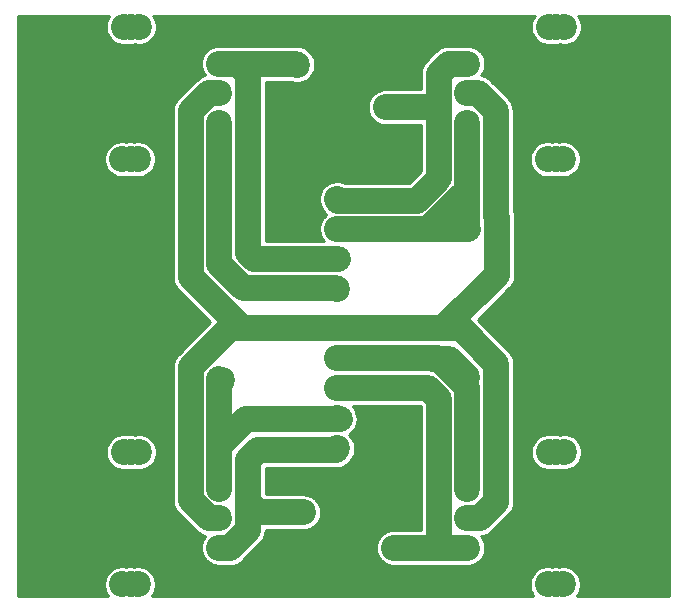
<source format=gbr>
%TF.GenerationSoftware,KiCad,Pcbnew,(5.1.6)-1*%
%TF.CreationDate,2025-01-16T14:06:25-05:00*%
%TF.ProjectId,rotary_board,726f7461-7279-45f6-926f-6172642e6b69,rev?*%
%TF.SameCoordinates,Original*%
%TF.FileFunction,Copper,L2,Bot*%
%TF.FilePolarity,Positive*%
%FSLAX46Y46*%
G04 Gerber Fmt 4.6, Leading zero omitted, Abs format (unit mm)*
G04 Created by KiCad (PCBNEW (5.1.6)-1) date 2025-01-16 14:06:25*
%MOMM*%
%LPD*%
G01*
G04 APERTURE LIST*
%TA.AperFunction,ComponentPad*%
%ADD10C,2.200000*%
%TD*%
%TA.AperFunction,Conductor*%
%ADD11C,2.200000*%
%TD*%
%TA.AperFunction,Conductor*%
%ADD12C,0.254000*%
%TD*%
G04 APERTURE END LIST*
D10*
%TO.P,SW1,*%
%TO.N,*%
X10600000Y37400000D03*
X9300000Y37400000D03*
X10700000Y48600000D03*
X9400000Y48600000D03*
%TO.P,SW1,A*%
%TO.N,ROT1A*%
X17500000Y40500000D03*
%TO.P,SW1,C*%
%TO.N,+3V3*%
X17500000Y43000000D03*
%TO.P,SW1,B*%
%TO.N,ROT1B*%
X17500000Y45500000D03*
%TO.P,SW1,*%
%TO.N,*%
X10000000Y37400000D03*
X10000000Y48600000D03*
%TO.P,SW1,S1*%
%TO.N,GND*%
X3000000Y40500000D03*
%TO.P,SW1,S2*%
X3000000Y45500000D03*
%TD*%
%TO.P,SW2,*%
%TO.N,*%
X45400000Y48600000D03*
X46700000Y48600000D03*
X45300000Y37400000D03*
X46600000Y37400000D03*
%TO.P,SW2,A*%
%TO.N,ROT2A*%
X38500000Y45500000D03*
%TO.P,SW2,C*%
%TO.N,+3V3*%
X38500000Y43000000D03*
%TO.P,SW2,B*%
%TO.N,ROT2B*%
X38500000Y40500000D03*
%TO.P,SW2,*%
%TO.N,*%
X46000000Y48600000D03*
X46000000Y37400000D03*
%TO.P,SW2,S1*%
%TO.N,GND*%
X53000000Y45500000D03*
%TO.P,SW2,S2*%
X53000000Y40500000D03*
%TD*%
%TO.P,SW3,*%
%TO.N,*%
X10600000Y1400000D03*
X9300000Y1400000D03*
X10700000Y12600000D03*
X9400000Y12600000D03*
%TO.P,SW3,A*%
%TO.N,ROT3A*%
X17500000Y4500000D03*
%TO.P,SW3,C*%
%TO.N,+3V3*%
X17500000Y7000000D03*
%TO.P,SW3,B*%
%TO.N,ROT3B*%
X17500000Y9500000D03*
%TO.P,SW3,*%
%TO.N,*%
X10000000Y1400000D03*
X10000000Y12600000D03*
%TO.P,SW3,S1*%
%TO.N,GND*%
X3000000Y4500000D03*
%TO.P,SW3,S2*%
X3000000Y9500000D03*
%TD*%
%TO.P,SW4,*%
%TO.N,*%
X45400000Y12600000D03*
X46700000Y12600000D03*
X45300000Y1400000D03*
X46600000Y1400000D03*
%TO.P,SW4,A*%
%TO.N,ROT4A*%
X38500000Y9500000D03*
%TO.P,SW4,C*%
%TO.N,+3V3*%
X38500000Y7000000D03*
%TO.P,SW4,B*%
%TO.N,ROT4B*%
X38500000Y4500000D03*
%TO.P,SW4,*%
%TO.N,*%
X46000000Y12600000D03*
X46000000Y1400000D03*
%TO.P,SW4,S1*%
%TO.N,GND*%
X53000000Y9500000D03*
%TO.P,SW4,S2*%
X53000000Y4500000D03*
%TD*%
%TO.P,J1,5*%
%TO.N,GND*%
X27500000Y36580000D03*
%TO.P,J1,4*%
%TO.N,ROT2A*%
X27500000Y34040000D03*
%TO.P,J1,3*%
%TO.N,ROT2B*%
X27500000Y31500000D03*
%TO.P,J1,2*%
%TO.N,ROT1B*%
X27500000Y28960000D03*
%TO.P,J1,1*%
%TO.N,ROT1A*%
X27500000Y26420000D03*
%TD*%
%TO.P,J2,1*%
%TO.N,ROT3A*%
X27500000Y12920000D03*
%TO.P,J2,2*%
%TO.N,ROT3B*%
X27500000Y15460000D03*
%TO.P,J2,3*%
%TO.N,ROT4B*%
X27500000Y18000000D03*
%TO.P,J2,4*%
%TO.N,ROT4A*%
X27500000Y20540000D03*
%TO.P,J2,5*%
%TO.N,+3V3*%
X27500000Y23080000D03*
%TD*%
%TO.P,R1,1*%
%TO.N,ROT1B*%
X24100000Y45400000D03*
%TO.P,R1,2*%
%TO.N,GND*%
X31720000Y45400000D03*
%TD*%
%TO.P,R2,2*%
%TO.N,GND*%
X9880000Y31400000D03*
%TO.P,R2,1*%
%TO.N,ROT1A*%
X17500000Y31400000D03*
%TD*%
%TO.P,R3,1*%
%TO.N,ROT2A*%
X31600000Y41800000D03*
%TO.P,R3,2*%
%TO.N,GND*%
X23980000Y41800000D03*
%TD*%
%TO.P,R4,2*%
%TO.N,GND*%
X46120000Y31600000D03*
%TO.P,R4,1*%
%TO.N,ROT2B*%
X38500000Y31600000D03*
%TD*%
%TO.P,R5,1*%
%TO.N,ROT3A*%
X24600000Y7500000D03*
%TO.P,R5,2*%
%TO.N,GND*%
X32220000Y7500000D03*
%TD*%
%TO.P,R6,2*%
%TO.N,GND*%
X10080000Y18700000D03*
%TO.P,R6,1*%
%TO.N,ROT3B*%
X17700000Y18700000D03*
%TD*%
%TO.P,R7,1*%
%TO.N,ROT4B*%
X32300000Y4500000D03*
%TO.P,R7,2*%
%TO.N,GND*%
X24680000Y4500000D03*
%TD*%
%TO.P,R8,2*%
%TO.N,GND*%
X46120000Y19000000D03*
%TO.P,R8,1*%
%TO.N,ROT4A*%
X38500000Y19000000D03*
%TD*%
D11*
%TO.N,+3V3*%
X31000000Y23080000D02*
X18980000Y23080000D01*
X39394126Y43000000D02*
X40900010Y41494116D01*
X38500000Y43000000D02*
X39394126Y43000000D01*
X41000010Y27600010D02*
X36480000Y23080000D01*
X41000010Y32494116D02*
X41000010Y27600010D01*
X40900010Y32594116D02*
X41000010Y32494116D01*
X40900010Y41494116D02*
X40900010Y32594116D01*
X31000000Y23080000D02*
X36480000Y23080000D01*
X16605874Y43000000D02*
X17500000Y43000000D01*
X19000000Y23500000D02*
X15099990Y27400010D01*
X15099990Y41494116D02*
X16605874Y43000000D01*
X15099990Y27400010D02*
X15099990Y41494116D01*
X17500000Y7000000D02*
X16605874Y7000000D01*
X16605874Y7000000D02*
X15099990Y8505884D01*
X15099990Y8505884D02*
X15099990Y19794116D01*
X15099990Y19794116D02*
X18805874Y23500000D01*
X18805874Y23500000D02*
X19000000Y23500000D01*
X37120000Y23080000D02*
X36480000Y23080000D01*
X37972002Y23080000D02*
X37120000Y23080000D01*
X40960009Y20091993D02*
X37972002Y23080000D01*
X40960009Y8408007D02*
X40960009Y20091993D01*
X39552002Y7000000D02*
X40960009Y8408007D01*
X38500000Y7000000D02*
X39552002Y7000000D01*
%TO.N,ROT2B*%
X27500000Y31500000D02*
X38600000Y31500000D01*
X35199992Y31499992D02*
X34300000Y31499992D01*
X38500000Y34300000D02*
X38000000Y34300000D01*
X38000000Y34300000D02*
X35199992Y31499992D01*
X38500000Y34300000D02*
X38500000Y31700000D01*
X38500000Y40500000D02*
X38500000Y34300000D01*
%TO.N,ROT2A*%
X35900000Y35594126D02*
X34205875Y33900001D01*
X27534124Y33900000D02*
X34100000Y33900000D01*
X36099999Y44655633D02*
X36099999Y44152001D01*
X38500000Y45500000D02*
X36944366Y45500000D01*
X36944366Y45500000D02*
X36099999Y44655633D01*
X36099999Y44152001D02*
X36099990Y44151992D01*
X36099990Y44151992D02*
X36099990Y41494116D01*
X36099990Y41494116D02*
X36099990Y35794116D01*
X35794106Y41800000D02*
X36099990Y41494116D01*
X31600000Y41800000D02*
X35794106Y41800000D01*
%TO.N,ROT1B*%
X18552002Y45500000D02*
X17600000Y45500000D01*
X26505875Y28960000D02*
X26505884Y28959991D01*
X20440000Y28960000D02*
X26505875Y28960000D01*
X26505884Y28959991D02*
X27600000Y28959991D01*
X17500000Y45500000D02*
X24000000Y45500000D01*
X19055634Y45500000D02*
X19900010Y44655624D01*
X17500000Y45500000D02*
X19055634Y45500000D01*
X19900010Y29499990D02*
X20440000Y28960000D01*
X19900010Y44655624D02*
X19900010Y29499990D01*
%TO.N,ROT1A*%
X17500000Y40500000D02*
X17500000Y28500000D01*
X19600000Y26500000D02*
X27400000Y26500000D01*
X19400000Y26600000D02*
X17500000Y28500000D01*
%TO.N,ROT3A*%
X20800000Y12800000D02*
X27400000Y12800000D01*
X18394126Y4500000D02*
X19900010Y6005884D01*
X17500000Y4500000D02*
X18394126Y4500000D01*
X19900010Y11900010D02*
X20800000Y12800000D01*
X20800000Y7500000D02*
X19900010Y8399990D01*
X24600000Y7500000D02*
X20800000Y7500000D01*
X19900010Y6005884D02*
X19900010Y8399990D01*
X19900010Y8399990D02*
X19900010Y11900010D01*
%TO.N,ROT3B*%
X17500000Y9500000D02*
X17500000Y13100000D01*
X17500000Y13100000D02*
X19800000Y15400000D01*
X19800000Y15400000D02*
X27700000Y15400000D01*
X17500000Y13100000D02*
X17500000Y18800000D01*
%TO.N,ROT4A*%
X38500000Y18099982D02*
X38500000Y9600000D01*
X38500000Y18100000D02*
X38500000Y18099982D01*
X36060000Y20540000D02*
X38500000Y18100000D01*
X35560000Y20540000D02*
X36060000Y20540000D01*
X27500000Y20540000D02*
X35560000Y20540000D01*
X38500000Y19000000D02*
X36977886Y20522114D01*
X35577886Y20522114D02*
X35560000Y20540000D01*
X36977886Y20522114D02*
X35577886Y20522114D01*
%TO.N,ROT4B*%
X27500000Y18000000D02*
X35205874Y18000000D01*
X35205874Y18000000D02*
X36099999Y17105875D01*
X36099999Y17105875D02*
X36099990Y17105866D01*
X36099999Y5000001D02*
X36600000Y4500000D01*
X36099999Y17105875D02*
X36099999Y5000001D01*
X32300000Y4500000D02*
X36600000Y4500000D01*
X36600000Y4500000D02*
X38500000Y4500000D01*
%TD*%
D12*
%TO.N,GND*%
G36*
X8046790Y49323306D02*
G01*
X7931681Y49045410D01*
X7873000Y48750396D01*
X7873000Y48449604D01*
X7931681Y48154590D01*
X8046790Y47876694D01*
X8213901Y47626594D01*
X8426594Y47413901D01*
X8676694Y47246790D01*
X8954590Y47131681D01*
X9249604Y47073000D01*
X9550396Y47073000D01*
X9700000Y47102758D01*
X9849604Y47073000D01*
X10150396Y47073000D01*
X10350000Y47112703D01*
X10549604Y47073000D01*
X10850396Y47073000D01*
X11145410Y47131681D01*
X11423306Y47246790D01*
X11673406Y47413901D01*
X11886099Y47626594D01*
X12053210Y47876694D01*
X12168319Y48154590D01*
X12227000Y48449604D01*
X12227000Y48750396D01*
X12168319Y49045410D01*
X12053210Y49323306D01*
X11903075Y49548000D01*
X44196925Y49548000D01*
X44046790Y49323306D01*
X43931681Y49045410D01*
X43873000Y48750396D01*
X43873000Y48449604D01*
X43931681Y48154590D01*
X44046790Y47876694D01*
X44213901Y47626594D01*
X44426594Y47413901D01*
X44676694Y47246790D01*
X44954590Y47131681D01*
X45249604Y47073000D01*
X45550396Y47073000D01*
X45700000Y47102758D01*
X45849604Y47073000D01*
X46150396Y47073000D01*
X46350000Y47112703D01*
X46549604Y47073000D01*
X46850396Y47073000D01*
X47145410Y47131681D01*
X47423306Y47246790D01*
X47673406Y47413901D01*
X47886099Y47626594D01*
X48053210Y47876694D01*
X48168319Y48154590D01*
X48227000Y48449604D01*
X48227000Y48750396D01*
X48168319Y49045410D01*
X48053210Y49323306D01*
X47903075Y49548000D01*
X55548001Y49548000D01*
X55548000Y452000D01*
X47803075Y452000D01*
X47953210Y676694D01*
X48068319Y954590D01*
X48127000Y1249604D01*
X48127000Y1550396D01*
X48068319Y1845410D01*
X47953210Y2123306D01*
X47786099Y2373406D01*
X47573406Y2586099D01*
X47323306Y2753210D01*
X47045410Y2868319D01*
X46750396Y2927000D01*
X46449604Y2927000D01*
X46300000Y2897242D01*
X46150396Y2927000D01*
X45849604Y2927000D01*
X45650000Y2887297D01*
X45450396Y2927000D01*
X45149604Y2927000D01*
X44854590Y2868319D01*
X44576694Y2753210D01*
X44326594Y2586099D01*
X44113901Y2373406D01*
X43946790Y2123306D01*
X43831681Y1845410D01*
X43773000Y1550396D01*
X43773000Y1249604D01*
X43831681Y954590D01*
X43946790Y676694D01*
X44096925Y452000D01*
X11803075Y452000D01*
X11953210Y676694D01*
X12068319Y954590D01*
X12127000Y1249604D01*
X12127000Y1550396D01*
X12068319Y1845410D01*
X11953210Y2123306D01*
X11786099Y2373406D01*
X11573406Y2586099D01*
X11323306Y2753210D01*
X11045410Y2868319D01*
X10750396Y2927000D01*
X10449604Y2927000D01*
X10300000Y2897242D01*
X10150396Y2927000D01*
X9849604Y2927000D01*
X9650000Y2887297D01*
X9450396Y2927000D01*
X9149604Y2927000D01*
X8854590Y2868319D01*
X8576694Y2753210D01*
X8326594Y2586099D01*
X8113901Y2373406D01*
X7946790Y2123306D01*
X7831681Y1845410D01*
X7773000Y1550396D01*
X7773000Y1249604D01*
X7831681Y954590D01*
X7946790Y676694D01*
X8096925Y452000D01*
X452000Y452000D01*
X452000Y12750396D01*
X7873000Y12750396D01*
X7873000Y12449604D01*
X7931681Y12154590D01*
X8046790Y11876694D01*
X8213901Y11626594D01*
X8426594Y11413901D01*
X8676694Y11246790D01*
X8954590Y11131681D01*
X9249604Y11073000D01*
X9550396Y11073000D01*
X9700000Y11102758D01*
X9849604Y11073000D01*
X10150396Y11073000D01*
X10350000Y11112703D01*
X10549604Y11073000D01*
X10850396Y11073000D01*
X11145410Y11131681D01*
X11423306Y11246790D01*
X11673406Y11413901D01*
X11886099Y11626594D01*
X12053210Y11876694D01*
X12168319Y12154590D01*
X12227000Y12449604D01*
X12227000Y12750396D01*
X12168319Y13045410D01*
X12053210Y13323306D01*
X11886099Y13573406D01*
X11673406Y13786099D01*
X11423306Y13953210D01*
X11145410Y14068319D01*
X10850396Y14127000D01*
X10549604Y14127000D01*
X10350000Y14087297D01*
X10150396Y14127000D01*
X9849604Y14127000D01*
X9700000Y14097242D01*
X9550396Y14127000D01*
X9249604Y14127000D01*
X8954590Y14068319D01*
X8676694Y13953210D01*
X8426594Y13786099D01*
X8213901Y13573406D01*
X8046790Y13323306D01*
X7931681Y13045410D01*
X7873000Y12750396D01*
X452000Y12750396D01*
X452000Y37550396D01*
X7773000Y37550396D01*
X7773000Y37249604D01*
X7831681Y36954590D01*
X7946790Y36676694D01*
X8113901Y36426594D01*
X8326594Y36213901D01*
X8576694Y36046790D01*
X8854590Y35931681D01*
X9149604Y35873000D01*
X9450396Y35873000D01*
X9650000Y35912703D01*
X9849604Y35873000D01*
X10150396Y35873000D01*
X10300000Y35902758D01*
X10449604Y35873000D01*
X10750396Y35873000D01*
X11045410Y35931681D01*
X11323306Y36046790D01*
X11573406Y36213901D01*
X11786099Y36426594D01*
X11953210Y36676694D01*
X12068319Y36954590D01*
X12127000Y37249604D01*
X12127000Y37550396D01*
X12068319Y37845410D01*
X11953210Y38123306D01*
X11786099Y38373406D01*
X11573406Y38586099D01*
X11323306Y38753210D01*
X11045410Y38868319D01*
X10750396Y38927000D01*
X10449604Y38927000D01*
X10300000Y38897242D01*
X10150396Y38927000D01*
X9849604Y38927000D01*
X9650000Y38887297D01*
X9450396Y38927000D01*
X9149604Y38927000D01*
X8854590Y38868319D01*
X8576694Y38753210D01*
X8326594Y38586099D01*
X8113901Y38373406D01*
X7946790Y38123306D01*
X7831681Y37845410D01*
X7773000Y37550396D01*
X452000Y37550396D01*
X452000Y41494116D01*
X13565603Y41494116D01*
X13572991Y41419105D01*
X13572990Y27475011D01*
X13565603Y27400010D01*
X13572990Y27325009D01*
X13572990Y27325000D01*
X13595085Y27100667D01*
X13682400Y26812826D01*
X13824193Y26547551D01*
X14015014Y26315034D01*
X14073284Y26267213D01*
X16743433Y23597063D01*
X14073279Y20926908D01*
X14015015Y20879092D01*
X13967199Y20820828D01*
X13967198Y20820827D01*
X13824194Y20646576D01*
X13682401Y20381301D01*
X13595086Y20093460D01*
X13565603Y19794116D01*
X13572991Y19719105D01*
X13572990Y8580885D01*
X13565603Y8505884D01*
X13572990Y8430883D01*
X13572990Y8430874D01*
X13595085Y8206541D01*
X13682400Y7918700D01*
X13824193Y7653425D01*
X14015014Y7420908D01*
X14073283Y7373087D01*
X15473081Y5973289D01*
X15520898Y5915024D01*
X15579162Y5867208D01*
X15579163Y5867207D01*
X15753413Y5724203D01*
X16018689Y5582410D01*
X16306529Y5495095D01*
X16332984Y5492489D01*
X16313901Y5473406D01*
X16272015Y5410719D01*
X16224203Y5352460D01*
X16188674Y5285989D01*
X16146790Y5223306D01*
X16117941Y5153658D01*
X16082410Y5087185D01*
X16060532Y5015061D01*
X16031681Y4945410D01*
X16016973Y4871466D01*
X15995095Y4799344D01*
X15987707Y4724336D01*
X15973000Y4650396D01*
X15973000Y4575011D01*
X15965612Y4500000D01*
X15973000Y4424989D01*
X15973000Y4349604D01*
X15987707Y4275664D01*
X15995095Y4200656D01*
X16016973Y4128534D01*
X16031681Y4054590D01*
X16060532Y3984939D01*
X16082410Y3912815D01*
X16117941Y3846342D01*
X16146790Y3776694D01*
X16188674Y3714011D01*
X16224203Y3647540D01*
X16272015Y3589281D01*
X16313901Y3526594D01*
X16367212Y3473283D01*
X16415024Y3415024D01*
X16473283Y3367212D01*
X16526594Y3313901D01*
X16589281Y3272015D01*
X16647540Y3224203D01*
X16714011Y3188674D01*
X16776694Y3146790D01*
X16846342Y3117941D01*
X16912815Y3082410D01*
X16984939Y3060532D01*
X17054590Y3031681D01*
X17128534Y3016973D01*
X17200656Y2995095D01*
X17275664Y2987707D01*
X17349604Y2973000D01*
X18319125Y2973000D01*
X18394126Y2965613D01*
X18469127Y2973000D01*
X18469137Y2973000D01*
X18693470Y2995095D01*
X18981311Y3082410D01*
X19246586Y3224203D01*
X19479102Y3415024D01*
X19526923Y3473293D01*
X20926723Y4873093D01*
X20984986Y4920908D01*
X21049896Y5000001D01*
X21175807Y5153423D01*
X21317600Y5418699D01*
X21404915Y5706539D01*
X21431159Y5973000D01*
X24750396Y5973000D01*
X24824336Y5987707D01*
X24899344Y5995095D01*
X24971466Y6016973D01*
X25045410Y6031681D01*
X25115061Y6060532D01*
X25187185Y6082410D01*
X25253658Y6117941D01*
X25323306Y6146790D01*
X25385989Y6188674D01*
X25452460Y6224203D01*
X25510719Y6272015D01*
X25573406Y6313901D01*
X25626717Y6367212D01*
X25684976Y6415024D01*
X25732788Y6473283D01*
X25786099Y6526594D01*
X25827985Y6589281D01*
X25875797Y6647540D01*
X25911326Y6714011D01*
X25953210Y6776694D01*
X25982059Y6846342D01*
X26017590Y6912815D01*
X26039468Y6984939D01*
X26068319Y7054590D01*
X26083027Y7128534D01*
X26104905Y7200656D01*
X26112293Y7275664D01*
X26127000Y7349604D01*
X26127000Y7424989D01*
X26134388Y7500000D01*
X26127000Y7575011D01*
X26127000Y7650396D01*
X26112293Y7724336D01*
X26104905Y7799344D01*
X26083027Y7871466D01*
X26068319Y7945410D01*
X26039468Y8015061D01*
X26017590Y8087185D01*
X25982059Y8153658D01*
X25953210Y8223306D01*
X25911326Y8285989D01*
X25875797Y8352460D01*
X25827985Y8410719D01*
X25786099Y8473406D01*
X25732788Y8526717D01*
X25684976Y8584976D01*
X25626717Y8632788D01*
X25573406Y8686099D01*
X25510719Y8727985D01*
X25452460Y8775797D01*
X25385989Y8811326D01*
X25323306Y8853210D01*
X25253658Y8882059D01*
X25187185Y8917590D01*
X25115061Y8939468D01*
X25045410Y8968319D01*
X24971466Y8983027D01*
X24899344Y9004905D01*
X24824336Y9012293D01*
X24750396Y9027000D01*
X21432503Y9027000D01*
X21427010Y9032493D01*
X21427010Y11267507D01*
X21432503Y11273000D01*
X27475011Y11273000D01*
X27699344Y11295095D01*
X27987185Y11382410D01*
X28252460Y11524203D01*
X28484976Y11715024D01*
X28624319Y11884814D01*
X28686099Y11946594D01*
X28853210Y12196694D01*
X28968319Y12474590D01*
X29027000Y12769604D01*
X29027000Y13070396D01*
X28968319Y13365410D01*
X28853210Y13643306D01*
X28686099Y13893406D01*
X28489145Y14090360D01*
X28552460Y14124203D01*
X28784976Y14315024D01*
X28975797Y14547540D01*
X29117590Y14812815D01*
X29204905Y15100656D01*
X29234388Y15400000D01*
X29204905Y15699344D01*
X29117590Y15987185D01*
X28975797Y16252460D01*
X28794804Y16473000D01*
X34572999Y16473000D01*
X34573000Y6027000D01*
X32149604Y6027000D01*
X32075664Y6012293D01*
X32000656Y6004905D01*
X31928534Y5983027D01*
X31854590Y5968319D01*
X31784939Y5939468D01*
X31712815Y5917590D01*
X31646342Y5882059D01*
X31576694Y5853210D01*
X31514011Y5811326D01*
X31447540Y5775797D01*
X31389281Y5727985D01*
X31326594Y5686099D01*
X31273283Y5632788D01*
X31215024Y5584976D01*
X31167212Y5526717D01*
X31113901Y5473406D01*
X31072015Y5410719D01*
X31024203Y5352460D01*
X30988674Y5285989D01*
X30946790Y5223306D01*
X30917941Y5153658D01*
X30882410Y5087185D01*
X30860532Y5015061D01*
X30831681Y4945410D01*
X30816973Y4871466D01*
X30795095Y4799344D01*
X30787707Y4724336D01*
X30773000Y4650396D01*
X30773000Y4575011D01*
X30765612Y4500000D01*
X30773000Y4424989D01*
X30773000Y4349604D01*
X30787707Y4275664D01*
X30795095Y4200656D01*
X30816973Y4128534D01*
X30831681Y4054590D01*
X30860532Y3984939D01*
X30882410Y3912815D01*
X30917941Y3846342D01*
X30946790Y3776694D01*
X30988674Y3714011D01*
X31024203Y3647540D01*
X31072015Y3589281D01*
X31113901Y3526594D01*
X31167212Y3473283D01*
X31215024Y3415024D01*
X31273283Y3367212D01*
X31326594Y3313901D01*
X31389281Y3272015D01*
X31447540Y3224203D01*
X31514011Y3188674D01*
X31576694Y3146790D01*
X31646342Y3117941D01*
X31712815Y3082410D01*
X31784939Y3060532D01*
X31854590Y3031681D01*
X31928534Y3016973D01*
X32000656Y2995095D01*
X32075664Y2987707D01*
X32149604Y2973000D01*
X36524998Y2973000D01*
X36599999Y2965613D01*
X36675000Y2973000D01*
X38650396Y2973000D01*
X38724336Y2987707D01*
X38799344Y2995095D01*
X38871466Y3016973D01*
X38945410Y3031681D01*
X39015061Y3060532D01*
X39087185Y3082410D01*
X39153658Y3117941D01*
X39223306Y3146790D01*
X39285989Y3188674D01*
X39352460Y3224203D01*
X39410719Y3272015D01*
X39473406Y3313901D01*
X39526717Y3367212D01*
X39584976Y3415024D01*
X39632788Y3473283D01*
X39686099Y3526594D01*
X39727985Y3589281D01*
X39775797Y3647540D01*
X39811326Y3714011D01*
X39853210Y3776694D01*
X39882059Y3846342D01*
X39917590Y3912815D01*
X39939468Y3984939D01*
X39968319Y4054590D01*
X39983027Y4128534D01*
X40004905Y4200656D01*
X40012293Y4275664D01*
X40027000Y4349604D01*
X40027000Y4424989D01*
X40034388Y4500000D01*
X40027000Y4575011D01*
X40027000Y4650396D01*
X40012293Y4724336D01*
X40004905Y4799344D01*
X39983027Y4871466D01*
X39968319Y4945410D01*
X39939468Y5015061D01*
X39917590Y5087185D01*
X39882059Y5153658D01*
X39853210Y5223306D01*
X39811326Y5285989D01*
X39775797Y5352460D01*
X39727985Y5410719D01*
X39686099Y5473406D01*
X39681171Y5478334D01*
X39851346Y5495095D01*
X40139187Y5582410D01*
X40404462Y5724203D01*
X40636978Y5915024D01*
X40684798Y5973293D01*
X41986722Y7275216D01*
X42044985Y7323031D01*
X42127417Y7423474D01*
X42190220Y7500000D01*
X42235806Y7555547D01*
X42377599Y7820822D01*
X42387197Y7852461D01*
X42464914Y8108662D01*
X42494397Y8408007D01*
X42487009Y8483018D01*
X42487009Y12750396D01*
X43873000Y12750396D01*
X43873000Y12449604D01*
X43931681Y12154590D01*
X44046790Y11876694D01*
X44213901Y11626594D01*
X44426594Y11413901D01*
X44676694Y11246790D01*
X44954590Y11131681D01*
X45249604Y11073000D01*
X45550396Y11073000D01*
X45700000Y11102758D01*
X45849604Y11073000D01*
X46150396Y11073000D01*
X46350000Y11112703D01*
X46549604Y11073000D01*
X46850396Y11073000D01*
X47145410Y11131681D01*
X47423306Y11246790D01*
X47673406Y11413901D01*
X47886099Y11626594D01*
X48053210Y11876694D01*
X48168319Y12154590D01*
X48227000Y12449604D01*
X48227000Y12750396D01*
X48168319Y13045410D01*
X48053210Y13323306D01*
X47886099Y13573406D01*
X47673406Y13786099D01*
X47423306Y13953210D01*
X47145410Y14068319D01*
X46850396Y14127000D01*
X46549604Y14127000D01*
X46350000Y14087297D01*
X46150396Y14127000D01*
X45849604Y14127000D01*
X45700000Y14097242D01*
X45550396Y14127000D01*
X45249604Y14127000D01*
X44954590Y14068319D01*
X44676694Y13953210D01*
X44426594Y13786099D01*
X44213901Y13573406D01*
X44046790Y13323306D01*
X43931681Y13045410D01*
X43873000Y12750396D01*
X42487009Y12750396D01*
X42487009Y20016993D01*
X42494396Y20091994D01*
X42487009Y20166995D01*
X42487009Y20167004D01*
X42464914Y20391337D01*
X42377599Y20679178D01*
X42235806Y20944453D01*
X42044985Y21176969D01*
X41986721Y21224785D01*
X39385504Y23826001D01*
X42026722Y26467218D01*
X42084986Y26515034D01*
X42275807Y26747550D01*
X42417600Y27012825D01*
X42504915Y27300666D01*
X42527010Y27524999D01*
X42527010Y27525008D01*
X42534397Y27600009D01*
X42527010Y27675010D01*
X42527010Y32419116D01*
X42534397Y32494117D01*
X42527010Y32569118D01*
X42527010Y32569127D01*
X42504915Y32793460D01*
X42427010Y33050280D01*
X42427010Y37550396D01*
X43773000Y37550396D01*
X43773000Y37249604D01*
X43831681Y36954590D01*
X43946790Y36676694D01*
X44113901Y36426594D01*
X44326594Y36213901D01*
X44576694Y36046790D01*
X44854590Y35931681D01*
X45149604Y35873000D01*
X45450396Y35873000D01*
X45650000Y35912703D01*
X45849604Y35873000D01*
X46150396Y35873000D01*
X46300000Y35902758D01*
X46449604Y35873000D01*
X46750396Y35873000D01*
X47045410Y35931681D01*
X47323306Y36046790D01*
X47573406Y36213901D01*
X47786099Y36426594D01*
X47953210Y36676694D01*
X48068319Y36954590D01*
X48127000Y37249604D01*
X48127000Y37550396D01*
X48068319Y37845410D01*
X47953210Y38123306D01*
X47786099Y38373406D01*
X47573406Y38586099D01*
X47323306Y38753210D01*
X47045410Y38868319D01*
X46750396Y38927000D01*
X46449604Y38927000D01*
X46300000Y38897242D01*
X46150396Y38927000D01*
X45849604Y38927000D01*
X45650000Y38887297D01*
X45450396Y38927000D01*
X45149604Y38927000D01*
X44854590Y38868319D01*
X44576694Y38753210D01*
X44326594Y38586099D01*
X44113901Y38373406D01*
X43946790Y38123306D01*
X43831681Y37845410D01*
X43773000Y37550396D01*
X42427010Y37550396D01*
X42427010Y41419105D01*
X42434398Y41494116D01*
X42404915Y41793461D01*
X42317600Y42081301D01*
X42175807Y42346577D01*
X42032803Y42520827D01*
X42032802Y42520828D01*
X41984986Y42579092D01*
X41926723Y42626907D01*
X40526923Y44026707D01*
X40479102Y44084976D01*
X40246586Y44275797D01*
X39981311Y44417590D01*
X39693470Y44504905D01*
X39667016Y44507511D01*
X39686099Y44526594D01*
X39727985Y44589281D01*
X39775797Y44647540D01*
X39811326Y44714011D01*
X39853210Y44776694D01*
X39882059Y44846342D01*
X39917590Y44912815D01*
X39939468Y44984939D01*
X39968319Y45054590D01*
X39983027Y45128534D01*
X40004905Y45200656D01*
X40012293Y45275664D01*
X40027000Y45349604D01*
X40027000Y45424989D01*
X40034388Y45500000D01*
X40027000Y45575011D01*
X40027000Y45650396D01*
X40012293Y45724336D01*
X40004905Y45799344D01*
X39983027Y45871466D01*
X39968319Y45945410D01*
X39939468Y46015061D01*
X39917590Y46087185D01*
X39882059Y46153658D01*
X39853210Y46223306D01*
X39811326Y46285989D01*
X39775797Y46352460D01*
X39727985Y46410719D01*
X39686099Y46473406D01*
X39632788Y46526717D01*
X39584976Y46584976D01*
X39526717Y46632788D01*
X39473406Y46686099D01*
X39410719Y46727985D01*
X39352460Y46775797D01*
X39285989Y46811326D01*
X39223306Y46853210D01*
X39153658Y46882059D01*
X39087185Y46917590D01*
X39015061Y46939468D01*
X38945410Y46968319D01*
X38871466Y46983027D01*
X38799344Y47004905D01*
X38724336Y47012293D01*
X38650396Y47027000D01*
X37019366Y47027000D01*
X36944365Y47034387D01*
X36869364Y47027000D01*
X36869355Y47027000D01*
X36645022Y47004905D01*
X36357181Y46917590D01*
X36091906Y46775797D01*
X35859390Y46584976D01*
X35811569Y46526706D01*
X35073293Y45788430D01*
X35015023Y45740609D01*
X34824202Y45508092D01*
X34682409Y45242817D01*
X34595094Y44954976D01*
X34572999Y44730643D01*
X34572999Y44730635D01*
X34565612Y44655633D01*
X34572999Y44580632D01*
X34572999Y44227093D01*
X34572990Y44227002D01*
X34572990Y44226993D01*
X34565603Y44151992D01*
X34572990Y44076991D01*
X34572990Y43327000D01*
X31449604Y43327000D01*
X31375664Y43312293D01*
X31300656Y43304905D01*
X31228534Y43283027D01*
X31154590Y43268319D01*
X31084939Y43239468D01*
X31012815Y43217590D01*
X30946342Y43182059D01*
X30876694Y43153210D01*
X30814011Y43111326D01*
X30747540Y43075797D01*
X30689281Y43027985D01*
X30626594Y42986099D01*
X30573283Y42932788D01*
X30515024Y42884976D01*
X30467212Y42826717D01*
X30413901Y42773406D01*
X30372015Y42710719D01*
X30324203Y42652460D01*
X30288674Y42585989D01*
X30246790Y42523306D01*
X30217941Y42453658D01*
X30182410Y42387185D01*
X30160532Y42315061D01*
X30131681Y42245410D01*
X30116973Y42171466D01*
X30095095Y42099344D01*
X30087707Y42024336D01*
X30073000Y41950396D01*
X30073000Y41875011D01*
X30065612Y41800000D01*
X30073000Y41724989D01*
X30073000Y41649604D01*
X30087707Y41575664D01*
X30095095Y41500656D01*
X30116973Y41428534D01*
X30131681Y41354590D01*
X30160532Y41284939D01*
X30182410Y41212815D01*
X30217941Y41146342D01*
X30246790Y41076694D01*
X30288674Y41014011D01*
X30324203Y40947540D01*
X30372015Y40889281D01*
X30413901Y40826594D01*
X30467212Y40773283D01*
X30515024Y40715024D01*
X30573283Y40667212D01*
X30626594Y40613901D01*
X30689281Y40572015D01*
X30747540Y40524203D01*
X30814011Y40488674D01*
X30876694Y40446790D01*
X30946342Y40417941D01*
X31012815Y40382410D01*
X31084939Y40360532D01*
X31154590Y40331681D01*
X31228534Y40316973D01*
X31300656Y40295095D01*
X31375664Y40287707D01*
X31449604Y40273000D01*
X34572990Y40273000D01*
X34572991Y36426621D01*
X33573371Y35427000D01*
X28141730Y35427000D01*
X27945410Y35508319D01*
X27650396Y35567000D01*
X27349604Y35567000D01*
X27054590Y35508319D01*
X26776694Y35393210D01*
X26526594Y35226099D01*
X26313901Y35013406D01*
X26146790Y34763306D01*
X26031681Y34485410D01*
X25973000Y34190396D01*
X25973000Y33889604D01*
X26027988Y33613158D01*
X26029219Y33600656D01*
X26116534Y33312815D01*
X26258327Y33047540D01*
X26449148Y32815024D01*
X26570498Y32715435D01*
X26526594Y32686099D01*
X26473283Y32632788D01*
X26415024Y32584976D01*
X26367212Y32526717D01*
X26313901Y32473406D01*
X26272015Y32410719D01*
X26224203Y32352460D01*
X26188674Y32285989D01*
X26146790Y32223306D01*
X26117941Y32153658D01*
X26082410Y32087185D01*
X26060532Y32015061D01*
X26031681Y31945410D01*
X26016973Y31871466D01*
X25995095Y31799344D01*
X25987707Y31724336D01*
X25973000Y31650396D01*
X25973000Y31575011D01*
X25965612Y31500000D01*
X25973000Y31424989D01*
X25973000Y31349604D01*
X25987707Y31275664D01*
X25995095Y31200656D01*
X26016973Y31128534D01*
X26031681Y31054590D01*
X26060532Y30984939D01*
X26082410Y30912815D01*
X26117941Y30846342D01*
X26146790Y30776694D01*
X26188674Y30714011D01*
X26224203Y30647540D01*
X26272015Y30589281D01*
X26313901Y30526594D01*
X26353495Y30487000D01*
X21427010Y30487000D01*
X21427010Y43973000D01*
X23554838Y43973000D01*
X23654590Y43931681D01*
X23949604Y43873000D01*
X24250396Y43873000D01*
X24545410Y43931681D01*
X24823306Y44046790D01*
X25073406Y44213901D01*
X25286099Y44426594D01*
X25453210Y44676694D01*
X25568319Y44954590D01*
X25627000Y45249604D01*
X25627000Y45550396D01*
X25568319Y45845410D01*
X25453210Y46123306D01*
X25286099Y46373406D01*
X25132788Y46526717D01*
X25084976Y46584976D01*
X24852460Y46775797D01*
X24587185Y46917590D01*
X24299344Y47004905D01*
X24075011Y47027000D01*
X19130635Y47027000D01*
X19055634Y47034387D01*
X18980633Y47027000D01*
X17349604Y47027000D01*
X17275664Y47012293D01*
X17200656Y47004905D01*
X17128534Y46983027D01*
X17054590Y46968319D01*
X16984939Y46939468D01*
X16912815Y46917590D01*
X16846342Y46882059D01*
X16776694Y46853210D01*
X16714011Y46811326D01*
X16647540Y46775797D01*
X16589281Y46727985D01*
X16526594Y46686099D01*
X16473283Y46632788D01*
X16415024Y46584976D01*
X16367212Y46526717D01*
X16313901Y46473406D01*
X16272015Y46410719D01*
X16224203Y46352460D01*
X16188674Y46285989D01*
X16146790Y46223306D01*
X16117941Y46153658D01*
X16082410Y46087185D01*
X16060532Y46015061D01*
X16031681Y45945410D01*
X16016973Y45871466D01*
X15995095Y45799344D01*
X15987707Y45724336D01*
X15973000Y45650396D01*
X15973000Y45575011D01*
X15965612Y45500000D01*
X15973000Y45424989D01*
X15973000Y45349604D01*
X15987707Y45275664D01*
X15995095Y45200656D01*
X16016973Y45128534D01*
X16031681Y45054590D01*
X16060532Y44984939D01*
X16082410Y44912815D01*
X16117941Y44846342D01*
X16146790Y44776694D01*
X16188674Y44714011D01*
X16224203Y44647540D01*
X16272015Y44589281D01*
X16313901Y44526594D01*
X16332984Y44507511D01*
X16306529Y44504905D01*
X16018689Y44417590D01*
X15753413Y44275797D01*
X15579163Y44132793D01*
X15520898Y44084976D01*
X15473081Y44026711D01*
X14073279Y42626908D01*
X14015015Y42579092D01*
X13967199Y42520828D01*
X13967198Y42520827D01*
X13824194Y42346576D01*
X13682401Y42081301D01*
X13595086Y41793460D01*
X13565603Y41494116D01*
X452000Y41494116D01*
X452000Y49548000D01*
X8196925Y49548000D01*
X8046790Y49323306D01*
G37*
X8046790Y49323306D02*
X7931681Y49045410D01*
X7873000Y48750396D01*
X7873000Y48449604D01*
X7931681Y48154590D01*
X8046790Y47876694D01*
X8213901Y47626594D01*
X8426594Y47413901D01*
X8676694Y47246790D01*
X8954590Y47131681D01*
X9249604Y47073000D01*
X9550396Y47073000D01*
X9700000Y47102758D01*
X9849604Y47073000D01*
X10150396Y47073000D01*
X10350000Y47112703D01*
X10549604Y47073000D01*
X10850396Y47073000D01*
X11145410Y47131681D01*
X11423306Y47246790D01*
X11673406Y47413901D01*
X11886099Y47626594D01*
X12053210Y47876694D01*
X12168319Y48154590D01*
X12227000Y48449604D01*
X12227000Y48750396D01*
X12168319Y49045410D01*
X12053210Y49323306D01*
X11903075Y49548000D01*
X44196925Y49548000D01*
X44046790Y49323306D01*
X43931681Y49045410D01*
X43873000Y48750396D01*
X43873000Y48449604D01*
X43931681Y48154590D01*
X44046790Y47876694D01*
X44213901Y47626594D01*
X44426594Y47413901D01*
X44676694Y47246790D01*
X44954590Y47131681D01*
X45249604Y47073000D01*
X45550396Y47073000D01*
X45700000Y47102758D01*
X45849604Y47073000D01*
X46150396Y47073000D01*
X46350000Y47112703D01*
X46549604Y47073000D01*
X46850396Y47073000D01*
X47145410Y47131681D01*
X47423306Y47246790D01*
X47673406Y47413901D01*
X47886099Y47626594D01*
X48053210Y47876694D01*
X48168319Y48154590D01*
X48227000Y48449604D01*
X48227000Y48750396D01*
X48168319Y49045410D01*
X48053210Y49323306D01*
X47903075Y49548000D01*
X55548001Y49548000D01*
X55548000Y452000D01*
X47803075Y452000D01*
X47953210Y676694D01*
X48068319Y954590D01*
X48127000Y1249604D01*
X48127000Y1550396D01*
X48068319Y1845410D01*
X47953210Y2123306D01*
X47786099Y2373406D01*
X47573406Y2586099D01*
X47323306Y2753210D01*
X47045410Y2868319D01*
X46750396Y2927000D01*
X46449604Y2927000D01*
X46300000Y2897242D01*
X46150396Y2927000D01*
X45849604Y2927000D01*
X45650000Y2887297D01*
X45450396Y2927000D01*
X45149604Y2927000D01*
X44854590Y2868319D01*
X44576694Y2753210D01*
X44326594Y2586099D01*
X44113901Y2373406D01*
X43946790Y2123306D01*
X43831681Y1845410D01*
X43773000Y1550396D01*
X43773000Y1249604D01*
X43831681Y954590D01*
X43946790Y676694D01*
X44096925Y452000D01*
X11803075Y452000D01*
X11953210Y676694D01*
X12068319Y954590D01*
X12127000Y1249604D01*
X12127000Y1550396D01*
X12068319Y1845410D01*
X11953210Y2123306D01*
X11786099Y2373406D01*
X11573406Y2586099D01*
X11323306Y2753210D01*
X11045410Y2868319D01*
X10750396Y2927000D01*
X10449604Y2927000D01*
X10300000Y2897242D01*
X10150396Y2927000D01*
X9849604Y2927000D01*
X9650000Y2887297D01*
X9450396Y2927000D01*
X9149604Y2927000D01*
X8854590Y2868319D01*
X8576694Y2753210D01*
X8326594Y2586099D01*
X8113901Y2373406D01*
X7946790Y2123306D01*
X7831681Y1845410D01*
X7773000Y1550396D01*
X7773000Y1249604D01*
X7831681Y954590D01*
X7946790Y676694D01*
X8096925Y452000D01*
X452000Y452000D01*
X452000Y12750396D01*
X7873000Y12750396D01*
X7873000Y12449604D01*
X7931681Y12154590D01*
X8046790Y11876694D01*
X8213901Y11626594D01*
X8426594Y11413901D01*
X8676694Y11246790D01*
X8954590Y11131681D01*
X9249604Y11073000D01*
X9550396Y11073000D01*
X9700000Y11102758D01*
X9849604Y11073000D01*
X10150396Y11073000D01*
X10350000Y11112703D01*
X10549604Y11073000D01*
X10850396Y11073000D01*
X11145410Y11131681D01*
X11423306Y11246790D01*
X11673406Y11413901D01*
X11886099Y11626594D01*
X12053210Y11876694D01*
X12168319Y12154590D01*
X12227000Y12449604D01*
X12227000Y12750396D01*
X12168319Y13045410D01*
X12053210Y13323306D01*
X11886099Y13573406D01*
X11673406Y13786099D01*
X11423306Y13953210D01*
X11145410Y14068319D01*
X10850396Y14127000D01*
X10549604Y14127000D01*
X10350000Y14087297D01*
X10150396Y14127000D01*
X9849604Y14127000D01*
X9700000Y14097242D01*
X9550396Y14127000D01*
X9249604Y14127000D01*
X8954590Y14068319D01*
X8676694Y13953210D01*
X8426594Y13786099D01*
X8213901Y13573406D01*
X8046790Y13323306D01*
X7931681Y13045410D01*
X7873000Y12750396D01*
X452000Y12750396D01*
X452000Y37550396D01*
X7773000Y37550396D01*
X7773000Y37249604D01*
X7831681Y36954590D01*
X7946790Y36676694D01*
X8113901Y36426594D01*
X8326594Y36213901D01*
X8576694Y36046790D01*
X8854590Y35931681D01*
X9149604Y35873000D01*
X9450396Y35873000D01*
X9650000Y35912703D01*
X9849604Y35873000D01*
X10150396Y35873000D01*
X10300000Y35902758D01*
X10449604Y35873000D01*
X10750396Y35873000D01*
X11045410Y35931681D01*
X11323306Y36046790D01*
X11573406Y36213901D01*
X11786099Y36426594D01*
X11953210Y36676694D01*
X12068319Y36954590D01*
X12127000Y37249604D01*
X12127000Y37550396D01*
X12068319Y37845410D01*
X11953210Y38123306D01*
X11786099Y38373406D01*
X11573406Y38586099D01*
X11323306Y38753210D01*
X11045410Y38868319D01*
X10750396Y38927000D01*
X10449604Y38927000D01*
X10300000Y38897242D01*
X10150396Y38927000D01*
X9849604Y38927000D01*
X9650000Y38887297D01*
X9450396Y38927000D01*
X9149604Y38927000D01*
X8854590Y38868319D01*
X8576694Y38753210D01*
X8326594Y38586099D01*
X8113901Y38373406D01*
X7946790Y38123306D01*
X7831681Y37845410D01*
X7773000Y37550396D01*
X452000Y37550396D01*
X452000Y41494116D01*
X13565603Y41494116D01*
X13572991Y41419105D01*
X13572990Y27475011D01*
X13565603Y27400010D01*
X13572990Y27325009D01*
X13572990Y27325000D01*
X13595085Y27100667D01*
X13682400Y26812826D01*
X13824193Y26547551D01*
X14015014Y26315034D01*
X14073284Y26267213D01*
X16743433Y23597063D01*
X14073279Y20926908D01*
X14015015Y20879092D01*
X13967199Y20820828D01*
X13967198Y20820827D01*
X13824194Y20646576D01*
X13682401Y20381301D01*
X13595086Y20093460D01*
X13565603Y19794116D01*
X13572991Y19719105D01*
X13572990Y8580885D01*
X13565603Y8505884D01*
X13572990Y8430883D01*
X13572990Y8430874D01*
X13595085Y8206541D01*
X13682400Y7918700D01*
X13824193Y7653425D01*
X14015014Y7420908D01*
X14073283Y7373087D01*
X15473081Y5973289D01*
X15520898Y5915024D01*
X15579162Y5867208D01*
X15579163Y5867207D01*
X15753413Y5724203D01*
X16018689Y5582410D01*
X16306529Y5495095D01*
X16332984Y5492489D01*
X16313901Y5473406D01*
X16272015Y5410719D01*
X16224203Y5352460D01*
X16188674Y5285989D01*
X16146790Y5223306D01*
X16117941Y5153658D01*
X16082410Y5087185D01*
X16060532Y5015061D01*
X16031681Y4945410D01*
X16016973Y4871466D01*
X15995095Y4799344D01*
X15987707Y4724336D01*
X15973000Y4650396D01*
X15973000Y4575011D01*
X15965612Y4500000D01*
X15973000Y4424989D01*
X15973000Y4349604D01*
X15987707Y4275664D01*
X15995095Y4200656D01*
X16016973Y4128534D01*
X16031681Y4054590D01*
X16060532Y3984939D01*
X16082410Y3912815D01*
X16117941Y3846342D01*
X16146790Y3776694D01*
X16188674Y3714011D01*
X16224203Y3647540D01*
X16272015Y3589281D01*
X16313901Y3526594D01*
X16367212Y3473283D01*
X16415024Y3415024D01*
X16473283Y3367212D01*
X16526594Y3313901D01*
X16589281Y3272015D01*
X16647540Y3224203D01*
X16714011Y3188674D01*
X16776694Y3146790D01*
X16846342Y3117941D01*
X16912815Y3082410D01*
X16984939Y3060532D01*
X17054590Y3031681D01*
X17128534Y3016973D01*
X17200656Y2995095D01*
X17275664Y2987707D01*
X17349604Y2973000D01*
X18319125Y2973000D01*
X18394126Y2965613D01*
X18469127Y2973000D01*
X18469137Y2973000D01*
X18693470Y2995095D01*
X18981311Y3082410D01*
X19246586Y3224203D01*
X19479102Y3415024D01*
X19526923Y3473293D01*
X20926723Y4873093D01*
X20984986Y4920908D01*
X21049896Y5000001D01*
X21175807Y5153423D01*
X21317600Y5418699D01*
X21404915Y5706539D01*
X21431159Y5973000D01*
X24750396Y5973000D01*
X24824336Y5987707D01*
X24899344Y5995095D01*
X24971466Y6016973D01*
X25045410Y6031681D01*
X25115061Y6060532D01*
X25187185Y6082410D01*
X25253658Y6117941D01*
X25323306Y6146790D01*
X25385989Y6188674D01*
X25452460Y6224203D01*
X25510719Y6272015D01*
X25573406Y6313901D01*
X25626717Y6367212D01*
X25684976Y6415024D01*
X25732788Y6473283D01*
X25786099Y6526594D01*
X25827985Y6589281D01*
X25875797Y6647540D01*
X25911326Y6714011D01*
X25953210Y6776694D01*
X25982059Y6846342D01*
X26017590Y6912815D01*
X26039468Y6984939D01*
X26068319Y7054590D01*
X26083027Y7128534D01*
X26104905Y7200656D01*
X26112293Y7275664D01*
X26127000Y7349604D01*
X26127000Y7424989D01*
X26134388Y7500000D01*
X26127000Y7575011D01*
X26127000Y7650396D01*
X26112293Y7724336D01*
X26104905Y7799344D01*
X26083027Y7871466D01*
X26068319Y7945410D01*
X26039468Y8015061D01*
X26017590Y8087185D01*
X25982059Y8153658D01*
X25953210Y8223306D01*
X25911326Y8285989D01*
X25875797Y8352460D01*
X25827985Y8410719D01*
X25786099Y8473406D01*
X25732788Y8526717D01*
X25684976Y8584976D01*
X25626717Y8632788D01*
X25573406Y8686099D01*
X25510719Y8727985D01*
X25452460Y8775797D01*
X25385989Y8811326D01*
X25323306Y8853210D01*
X25253658Y8882059D01*
X25187185Y8917590D01*
X25115061Y8939468D01*
X25045410Y8968319D01*
X24971466Y8983027D01*
X24899344Y9004905D01*
X24824336Y9012293D01*
X24750396Y9027000D01*
X21432503Y9027000D01*
X21427010Y9032493D01*
X21427010Y11267507D01*
X21432503Y11273000D01*
X27475011Y11273000D01*
X27699344Y11295095D01*
X27987185Y11382410D01*
X28252460Y11524203D01*
X28484976Y11715024D01*
X28624319Y11884814D01*
X28686099Y11946594D01*
X28853210Y12196694D01*
X28968319Y12474590D01*
X29027000Y12769604D01*
X29027000Y13070396D01*
X28968319Y13365410D01*
X28853210Y13643306D01*
X28686099Y13893406D01*
X28489145Y14090360D01*
X28552460Y14124203D01*
X28784976Y14315024D01*
X28975797Y14547540D01*
X29117590Y14812815D01*
X29204905Y15100656D01*
X29234388Y15400000D01*
X29204905Y15699344D01*
X29117590Y15987185D01*
X28975797Y16252460D01*
X28794804Y16473000D01*
X34572999Y16473000D01*
X34573000Y6027000D01*
X32149604Y6027000D01*
X32075664Y6012293D01*
X32000656Y6004905D01*
X31928534Y5983027D01*
X31854590Y5968319D01*
X31784939Y5939468D01*
X31712815Y5917590D01*
X31646342Y5882059D01*
X31576694Y5853210D01*
X31514011Y5811326D01*
X31447540Y5775797D01*
X31389281Y5727985D01*
X31326594Y5686099D01*
X31273283Y5632788D01*
X31215024Y5584976D01*
X31167212Y5526717D01*
X31113901Y5473406D01*
X31072015Y5410719D01*
X31024203Y5352460D01*
X30988674Y5285989D01*
X30946790Y5223306D01*
X30917941Y5153658D01*
X30882410Y5087185D01*
X30860532Y5015061D01*
X30831681Y4945410D01*
X30816973Y4871466D01*
X30795095Y4799344D01*
X30787707Y4724336D01*
X30773000Y4650396D01*
X30773000Y4575011D01*
X30765612Y4500000D01*
X30773000Y4424989D01*
X30773000Y4349604D01*
X30787707Y4275664D01*
X30795095Y4200656D01*
X30816973Y4128534D01*
X30831681Y4054590D01*
X30860532Y3984939D01*
X30882410Y3912815D01*
X30917941Y3846342D01*
X30946790Y3776694D01*
X30988674Y3714011D01*
X31024203Y3647540D01*
X31072015Y3589281D01*
X31113901Y3526594D01*
X31167212Y3473283D01*
X31215024Y3415024D01*
X31273283Y3367212D01*
X31326594Y3313901D01*
X31389281Y3272015D01*
X31447540Y3224203D01*
X31514011Y3188674D01*
X31576694Y3146790D01*
X31646342Y3117941D01*
X31712815Y3082410D01*
X31784939Y3060532D01*
X31854590Y3031681D01*
X31928534Y3016973D01*
X32000656Y2995095D01*
X32075664Y2987707D01*
X32149604Y2973000D01*
X36524998Y2973000D01*
X36599999Y2965613D01*
X36675000Y2973000D01*
X38650396Y2973000D01*
X38724336Y2987707D01*
X38799344Y2995095D01*
X38871466Y3016973D01*
X38945410Y3031681D01*
X39015061Y3060532D01*
X39087185Y3082410D01*
X39153658Y3117941D01*
X39223306Y3146790D01*
X39285989Y3188674D01*
X39352460Y3224203D01*
X39410719Y3272015D01*
X39473406Y3313901D01*
X39526717Y3367212D01*
X39584976Y3415024D01*
X39632788Y3473283D01*
X39686099Y3526594D01*
X39727985Y3589281D01*
X39775797Y3647540D01*
X39811326Y3714011D01*
X39853210Y3776694D01*
X39882059Y3846342D01*
X39917590Y3912815D01*
X39939468Y3984939D01*
X39968319Y4054590D01*
X39983027Y4128534D01*
X40004905Y4200656D01*
X40012293Y4275664D01*
X40027000Y4349604D01*
X40027000Y4424989D01*
X40034388Y4500000D01*
X40027000Y4575011D01*
X40027000Y4650396D01*
X40012293Y4724336D01*
X40004905Y4799344D01*
X39983027Y4871466D01*
X39968319Y4945410D01*
X39939468Y5015061D01*
X39917590Y5087185D01*
X39882059Y5153658D01*
X39853210Y5223306D01*
X39811326Y5285989D01*
X39775797Y5352460D01*
X39727985Y5410719D01*
X39686099Y5473406D01*
X39681171Y5478334D01*
X39851346Y5495095D01*
X40139187Y5582410D01*
X40404462Y5724203D01*
X40636978Y5915024D01*
X40684798Y5973293D01*
X41986722Y7275216D01*
X42044985Y7323031D01*
X42127417Y7423474D01*
X42190220Y7500000D01*
X42235806Y7555547D01*
X42377599Y7820822D01*
X42387197Y7852461D01*
X42464914Y8108662D01*
X42494397Y8408007D01*
X42487009Y8483018D01*
X42487009Y12750396D01*
X43873000Y12750396D01*
X43873000Y12449604D01*
X43931681Y12154590D01*
X44046790Y11876694D01*
X44213901Y11626594D01*
X44426594Y11413901D01*
X44676694Y11246790D01*
X44954590Y11131681D01*
X45249604Y11073000D01*
X45550396Y11073000D01*
X45700000Y11102758D01*
X45849604Y11073000D01*
X46150396Y11073000D01*
X46350000Y11112703D01*
X46549604Y11073000D01*
X46850396Y11073000D01*
X47145410Y11131681D01*
X47423306Y11246790D01*
X47673406Y11413901D01*
X47886099Y11626594D01*
X48053210Y11876694D01*
X48168319Y12154590D01*
X48227000Y12449604D01*
X48227000Y12750396D01*
X48168319Y13045410D01*
X48053210Y13323306D01*
X47886099Y13573406D01*
X47673406Y13786099D01*
X47423306Y13953210D01*
X47145410Y14068319D01*
X46850396Y14127000D01*
X46549604Y14127000D01*
X46350000Y14087297D01*
X46150396Y14127000D01*
X45849604Y14127000D01*
X45700000Y14097242D01*
X45550396Y14127000D01*
X45249604Y14127000D01*
X44954590Y14068319D01*
X44676694Y13953210D01*
X44426594Y13786099D01*
X44213901Y13573406D01*
X44046790Y13323306D01*
X43931681Y13045410D01*
X43873000Y12750396D01*
X42487009Y12750396D01*
X42487009Y20016993D01*
X42494396Y20091994D01*
X42487009Y20166995D01*
X42487009Y20167004D01*
X42464914Y20391337D01*
X42377599Y20679178D01*
X42235806Y20944453D01*
X42044985Y21176969D01*
X41986721Y21224785D01*
X39385504Y23826001D01*
X42026722Y26467218D01*
X42084986Y26515034D01*
X42275807Y26747550D01*
X42417600Y27012825D01*
X42504915Y27300666D01*
X42527010Y27524999D01*
X42527010Y27525008D01*
X42534397Y27600009D01*
X42527010Y27675010D01*
X42527010Y32419116D01*
X42534397Y32494117D01*
X42527010Y32569118D01*
X42527010Y32569127D01*
X42504915Y32793460D01*
X42427010Y33050280D01*
X42427010Y37550396D01*
X43773000Y37550396D01*
X43773000Y37249604D01*
X43831681Y36954590D01*
X43946790Y36676694D01*
X44113901Y36426594D01*
X44326594Y36213901D01*
X44576694Y36046790D01*
X44854590Y35931681D01*
X45149604Y35873000D01*
X45450396Y35873000D01*
X45650000Y35912703D01*
X45849604Y35873000D01*
X46150396Y35873000D01*
X46300000Y35902758D01*
X46449604Y35873000D01*
X46750396Y35873000D01*
X47045410Y35931681D01*
X47323306Y36046790D01*
X47573406Y36213901D01*
X47786099Y36426594D01*
X47953210Y36676694D01*
X48068319Y36954590D01*
X48127000Y37249604D01*
X48127000Y37550396D01*
X48068319Y37845410D01*
X47953210Y38123306D01*
X47786099Y38373406D01*
X47573406Y38586099D01*
X47323306Y38753210D01*
X47045410Y38868319D01*
X46750396Y38927000D01*
X46449604Y38927000D01*
X46300000Y38897242D01*
X46150396Y38927000D01*
X45849604Y38927000D01*
X45650000Y38887297D01*
X45450396Y38927000D01*
X45149604Y38927000D01*
X44854590Y38868319D01*
X44576694Y38753210D01*
X44326594Y38586099D01*
X44113901Y38373406D01*
X43946790Y38123306D01*
X43831681Y37845410D01*
X43773000Y37550396D01*
X42427010Y37550396D01*
X42427010Y41419105D01*
X42434398Y41494116D01*
X42404915Y41793461D01*
X42317600Y42081301D01*
X42175807Y42346577D01*
X42032803Y42520827D01*
X42032802Y42520828D01*
X41984986Y42579092D01*
X41926723Y42626907D01*
X40526923Y44026707D01*
X40479102Y44084976D01*
X40246586Y44275797D01*
X39981311Y44417590D01*
X39693470Y44504905D01*
X39667016Y44507511D01*
X39686099Y44526594D01*
X39727985Y44589281D01*
X39775797Y44647540D01*
X39811326Y44714011D01*
X39853210Y44776694D01*
X39882059Y44846342D01*
X39917590Y44912815D01*
X39939468Y44984939D01*
X39968319Y45054590D01*
X39983027Y45128534D01*
X40004905Y45200656D01*
X40012293Y45275664D01*
X40027000Y45349604D01*
X40027000Y45424989D01*
X40034388Y45500000D01*
X40027000Y45575011D01*
X40027000Y45650396D01*
X40012293Y45724336D01*
X40004905Y45799344D01*
X39983027Y45871466D01*
X39968319Y45945410D01*
X39939468Y46015061D01*
X39917590Y46087185D01*
X39882059Y46153658D01*
X39853210Y46223306D01*
X39811326Y46285989D01*
X39775797Y46352460D01*
X39727985Y46410719D01*
X39686099Y46473406D01*
X39632788Y46526717D01*
X39584976Y46584976D01*
X39526717Y46632788D01*
X39473406Y46686099D01*
X39410719Y46727985D01*
X39352460Y46775797D01*
X39285989Y46811326D01*
X39223306Y46853210D01*
X39153658Y46882059D01*
X39087185Y46917590D01*
X39015061Y46939468D01*
X38945410Y46968319D01*
X38871466Y46983027D01*
X38799344Y47004905D01*
X38724336Y47012293D01*
X38650396Y47027000D01*
X37019366Y47027000D01*
X36944365Y47034387D01*
X36869364Y47027000D01*
X36869355Y47027000D01*
X36645022Y47004905D01*
X36357181Y46917590D01*
X36091906Y46775797D01*
X35859390Y46584976D01*
X35811569Y46526706D01*
X35073293Y45788430D01*
X35015023Y45740609D01*
X34824202Y45508092D01*
X34682409Y45242817D01*
X34595094Y44954976D01*
X34572999Y44730643D01*
X34572999Y44730635D01*
X34565612Y44655633D01*
X34572999Y44580632D01*
X34572999Y44227093D01*
X34572990Y44227002D01*
X34572990Y44226993D01*
X34565603Y44151992D01*
X34572990Y44076991D01*
X34572990Y43327000D01*
X31449604Y43327000D01*
X31375664Y43312293D01*
X31300656Y43304905D01*
X31228534Y43283027D01*
X31154590Y43268319D01*
X31084939Y43239468D01*
X31012815Y43217590D01*
X30946342Y43182059D01*
X30876694Y43153210D01*
X30814011Y43111326D01*
X30747540Y43075797D01*
X30689281Y43027985D01*
X30626594Y42986099D01*
X30573283Y42932788D01*
X30515024Y42884976D01*
X30467212Y42826717D01*
X30413901Y42773406D01*
X30372015Y42710719D01*
X30324203Y42652460D01*
X30288674Y42585989D01*
X30246790Y42523306D01*
X30217941Y42453658D01*
X30182410Y42387185D01*
X30160532Y42315061D01*
X30131681Y42245410D01*
X30116973Y42171466D01*
X30095095Y42099344D01*
X30087707Y42024336D01*
X30073000Y41950396D01*
X30073000Y41875011D01*
X30065612Y41800000D01*
X30073000Y41724989D01*
X30073000Y41649604D01*
X30087707Y41575664D01*
X30095095Y41500656D01*
X30116973Y41428534D01*
X30131681Y41354590D01*
X30160532Y41284939D01*
X30182410Y41212815D01*
X30217941Y41146342D01*
X30246790Y41076694D01*
X30288674Y41014011D01*
X30324203Y40947540D01*
X30372015Y40889281D01*
X30413901Y40826594D01*
X30467212Y40773283D01*
X30515024Y40715024D01*
X30573283Y40667212D01*
X30626594Y40613901D01*
X30689281Y40572015D01*
X30747540Y40524203D01*
X30814011Y40488674D01*
X30876694Y40446790D01*
X30946342Y40417941D01*
X31012815Y40382410D01*
X31084939Y40360532D01*
X31154590Y40331681D01*
X31228534Y40316973D01*
X31300656Y40295095D01*
X31375664Y40287707D01*
X31449604Y40273000D01*
X34572990Y40273000D01*
X34572991Y36426621D01*
X33573371Y35427000D01*
X28141730Y35427000D01*
X27945410Y35508319D01*
X27650396Y35567000D01*
X27349604Y35567000D01*
X27054590Y35508319D01*
X26776694Y35393210D01*
X26526594Y35226099D01*
X26313901Y35013406D01*
X26146790Y34763306D01*
X26031681Y34485410D01*
X25973000Y34190396D01*
X25973000Y33889604D01*
X26027988Y33613158D01*
X26029219Y33600656D01*
X26116534Y33312815D01*
X26258327Y33047540D01*
X26449148Y32815024D01*
X26570498Y32715435D01*
X26526594Y32686099D01*
X26473283Y32632788D01*
X26415024Y32584976D01*
X26367212Y32526717D01*
X26313901Y32473406D01*
X26272015Y32410719D01*
X26224203Y32352460D01*
X26188674Y32285989D01*
X26146790Y32223306D01*
X26117941Y32153658D01*
X26082410Y32087185D01*
X26060532Y32015061D01*
X26031681Y31945410D01*
X26016973Y31871466D01*
X25995095Y31799344D01*
X25987707Y31724336D01*
X25973000Y31650396D01*
X25973000Y31575011D01*
X25965612Y31500000D01*
X25973000Y31424989D01*
X25973000Y31349604D01*
X25987707Y31275664D01*
X25995095Y31200656D01*
X26016973Y31128534D01*
X26031681Y31054590D01*
X26060532Y30984939D01*
X26082410Y30912815D01*
X26117941Y30846342D01*
X26146790Y30776694D01*
X26188674Y30714011D01*
X26224203Y30647540D01*
X26272015Y30589281D01*
X26313901Y30526594D01*
X26353495Y30487000D01*
X21427010Y30487000D01*
X21427010Y43973000D01*
X23554838Y43973000D01*
X23654590Y43931681D01*
X23949604Y43873000D01*
X24250396Y43873000D01*
X24545410Y43931681D01*
X24823306Y44046790D01*
X25073406Y44213901D01*
X25286099Y44426594D01*
X25453210Y44676694D01*
X25568319Y44954590D01*
X25627000Y45249604D01*
X25627000Y45550396D01*
X25568319Y45845410D01*
X25453210Y46123306D01*
X25286099Y46373406D01*
X25132788Y46526717D01*
X25084976Y46584976D01*
X24852460Y46775797D01*
X24587185Y46917590D01*
X24299344Y47004905D01*
X24075011Y47027000D01*
X19130635Y47027000D01*
X19055634Y47034387D01*
X18980633Y47027000D01*
X17349604Y47027000D01*
X17275664Y47012293D01*
X17200656Y47004905D01*
X17128534Y46983027D01*
X17054590Y46968319D01*
X16984939Y46939468D01*
X16912815Y46917590D01*
X16846342Y46882059D01*
X16776694Y46853210D01*
X16714011Y46811326D01*
X16647540Y46775797D01*
X16589281Y46727985D01*
X16526594Y46686099D01*
X16473283Y46632788D01*
X16415024Y46584976D01*
X16367212Y46526717D01*
X16313901Y46473406D01*
X16272015Y46410719D01*
X16224203Y46352460D01*
X16188674Y46285989D01*
X16146790Y46223306D01*
X16117941Y46153658D01*
X16082410Y46087185D01*
X16060532Y46015061D01*
X16031681Y45945410D01*
X16016973Y45871466D01*
X15995095Y45799344D01*
X15987707Y45724336D01*
X15973000Y45650396D01*
X15973000Y45575011D01*
X15965612Y45500000D01*
X15973000Y45424989D01*
X15973000Y45349604D01*
X15987707Y45275664D01*
X15995095Y45200656D01*
X16016973Y45128534D01*
X16031681Y45054590D01*
X16060532Y44984939D01*
X16082410Y44912815D01*
X16117941Y44846342D01*
X16146790Y44776694D01*
X16188674Y44714011D01*
X16224203Y44647540D01*
X16272015Y44589281D01*
X16313901Y44526594D01*
X16332984Y44507511D01*
X16306529Y44504905D01*
X16018689Y44417590D01*
X15753413Y44275797D01*
X15579163Y44132793D01*
X15520898Y44084976D01*
X15473081Y44026711D01*
X14073279Y42626908D01*
X14015015Y42579092D01*
X13967199Y42520828D01*
X13967198Y42520827D01*
X13824194Y42346576D01*
X13682401Y42081301D01*
X13595086Y41793460D01*
X13565603Y41494116D01*
X452000Y41494116D01*
X452000Y49548000D01*
X8196925Y49548000D01*
X8046790Y49323306D01*
%TD*%
M02*

</source>
